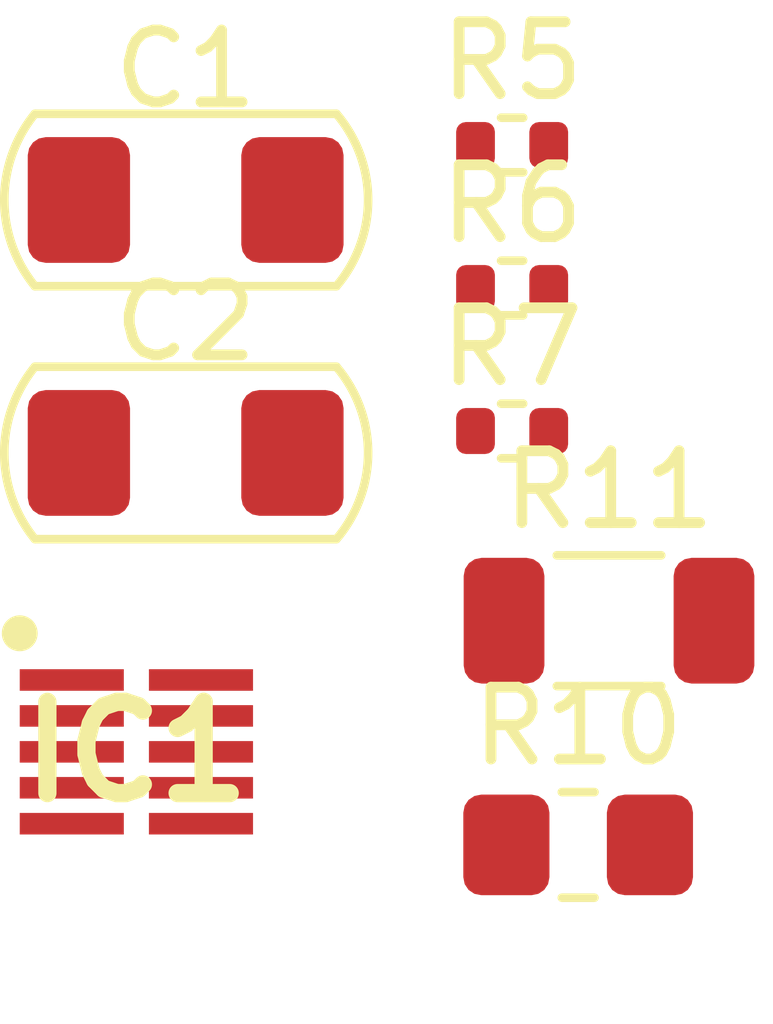
<source format=kicad_pcb>
(kicad_pcb (version 20221018) (generator pcbnew)
  (layers (0 "F.Cu" signal) (31 "B.Cu" signal) (34 "B.Paste" user) (35 "F.Paste" user) (36 "B.SilkS" user "B.Silkscreen") (37 "F.SilkS" user "F.Silkscreen") (38 "B.Mask" user) (39 "F.Mask" user) (44 "Edge.Cuts" user))
  (net 0 "")
  (net 3 "3.3V")
  (net 4 "Net-(IC1-RSTSEL)")
  (net 5 "5V")
  (net 6 "GND")
  (net 7 "Net-(IC1-~{RESET})")
  (net 8 "DAC_ACTIVE")
  (net 9 "MOSI_5V")
  (net 11 "Net-(U9-FB)")
  (net 12 "+5V")
  (net 13 "CLK")
  (net 14 "pressure_input")
  (footprint "PCM_Capacitor_SMD_AKL:C_1206_3216Metric_Pad1.42x1.75mm" (layer "F.Cu") (at 105.291625 92.625)
    (fp_text reference "C1" (at 0 -1.82) (layer "F.SilkS"))
    (fp_text value ".1 uF" hide)
    (fp_line (start -2.1 1.2) (end 2.1 1.2) (stroke (width 0.12)) (layer "F.SilkS"))
    (fp_line (start 2.1 -1.2) (end -2.1 -1.2) (stroke (width 0.12)) (layer "F.SilkS"))
    (fp_arc (start -2.1 1.2) (mid -2.526625 0) (end -2.1 -1.2) (stroke (width 0.12)) (layer "F.SilkS"))
    (fp_arc (start 2.1 -1.2) (mid 2.541962 0) (end 2.1 1.2) (stroke (width 0.12)) (layer "F.SilkS"))
    (pad "1" smd roundrect (at -1.4875 0) (size 1.425 1.75) (layers "F.Cu" "F.Paste" "F.Mask") (roundrect_rratio 0.175439))
    (pad "2" smd roundrect (at 1.4875 0) (size 1.425 1.75) (layers "F.Cu" "F.Paste" "F.Mask") (roundrect_rratio 0.175439) (net 5 "5V"))
  )
  (footprint "Resistor_SMD:R_0402_1005Metric" (layer "F.Cu") (at 109.84 95.84)
    (fp_text reference "R7" (at 0 -1.17) (layer "F.SilkS"))
    (fp_text value "5 k")
    (fp_line (start -0.153641 -0.38) (end 0.153641 -0.38) (stroke (width 0.12)) (layer "F.SilkS"))
    (fp_line (start -0.153641 0.38) (end 0.153641 0.38) (stroke (width 0.12)) (layer "F.SilkS"))
    (pad "1" smd roundrect (at -0.51 0) (size 0.54 0.64) (layers "F.Cu" "F.Paste" "F.Mask") (net 5 "5V"))
    (pad "2" smd roundrect (at 0.51 0) (size 0.54 0.64) (layers "F.Cu" "F.Paste" "F.Mask") (net 8 "DAC_ACTIVE"))
  )
  (footprint "PCM_Capacitor_SMD_AKL:C_1206_3216Metric_Pad1.42x1.75mm" (layer "F.Cu") (at 105.291625 96.145)
    (fp_text reference "C2" (at 0 -1.82) (layer "F.SilkS"))
    (fp_text value ".1 uF" hide)
    (fp_line (start -2.1 1.2) (end 2.1 1.2) (stroke (width 0.12)) (layer "F.SilkS"))
    (fp_line (start 2.1 -1.2) (end -2.1 -1.2) (stroke (width 0.12)) (layer "F.SilkS"))
    (fp_arc (start -2.1 1.2) (mid -2.526625 0) (end -2.1 -1.2) (stroke (width 0.12)) (layer "F.SilkS"))
    (fp_arc (start 2.1 -1.2) (mid 2.541962 0) (end 2.1 1.2) (stroke (width 0.12)) (layer "F.SilkS"))
    (pad "1" smd roundrect (at -1.4875 0) (size 1.425 1.75) (layers "F.Cu" "F.Paste" "F.Mask") (roundrect_rratio 0.175439))
    (pad "2" smd roundrect (at 1.4875 0) (size 1.425 1.75) (layers "F.Cu" "F.Paste" "F.Mask") (roundrect_rratio 0.175439) (net 3 "3.3V"))
  )
  (footprint "DAC:SON50P250X250X80-10N" (layer "F.Cu") (at 104.605 100.305)
    (fp_text reference "IC1" (at 0 0) (layer "F.SilkS") (effects (font (size 1.27 1.27) (thickness 0.254))))
    (fp_text value "DAC82001DRXR" hide)
    (fp_circle (center -1.625 -1.65) (end -1.625 -1.525) (stroke (width 0.25)) (fill none) (layer "F.SilkS"))
    (pad "1" smd rect (at -0.9 -1 90) (size 0.3 1.45) (layers "F.Cu" "F.Paste" "F.Mask") (net 5 "5V"))
    (pad "2" smd rect (at -0.9 -0.5 90) (size 0.3 1.45) (layers "F.Cu" "F.Paste" "F.Mask") (net 14 "pressure_input"))
    (pad "3" smd rect (at -0.9 0 90) (size 0.3 1.45) (layers "F.Cu" "F.Paste" "F.Mask") (net 4 "Net-(IC1-RSTSEL)"))
    (pad "4" smd rect (at -0.9 0.5 90) (size 0.3 1.45) (layers "F.Cu" "F.Paste" "F.Mask") (net 6 "GND"))
    (pad "5" smd rect (at -0.9 1 90) (size 0.3 1.45) (layers "F.Cu" "F.Paste" "F.Mask") (net 7 "Net-(IC1-~{RESET})"))
    (pad "6" smd rect (at 0.9 1 90) (size 0.3 1.45) (layers "F.Cu" "F.Paste" "F.Mask") (net 13 "CLK"))
    (pad "7" smd rect (at 0.9 0.5 90) (size 0.3 1.45) (layers "F.Cu" "F.Paste" "F.Mask") (net 8 "DAC_ACTIVE"))
    (pad "8" smd rect (at 0.9 0 90) (size 0.3 1.45) (layers "F.Cu" "F.Paste" "F.Mask") (net 9 "MOSI_5V"))
    (pad "9" smd rect (at 0.9 -0.5 90) (size 0.3 1.45) (layers "F.Cu" "F.Paste" "F.Mask"))
    (pad "10" smd rect (at 0.9 -1 90) (size 0.3 1.45) (layers "F.Cu" "F.Paste" "F.Mask") (net 3 "3.3V"))
  )
  (footprint "Resistor_SMD:R_0402_1005Metric" (layer "F.Cu") (at 109.84 93.85)
    (fp_text reference "R6" (at 0 -1.17) (layer "F.SilkS"))
    (fp_text value "10 k")
    (fp_line (start -0.153641 -0.38) (end 0.153641 -0.38) (stroke (width 0.12)) (layer "F.SilkS"))
    (fp_line (start -0.153641 0.38) (end 0.153641 0.38) (stroke (width 0.12)) (layer "F.SilkS"))
    (pad "1" smd roundrect (at -0.51 0) (size 0.54 0.64) (layers "F.Cu" "F.Paste" "F.Mask") (net 6 "GND"))
    (pad "2" smd roundrect (at 0.51 0) (size 0.54 0.64) (layers "F.Cu" "F.Paste" "F.Mask") (net 7 "Net-(IC1-~{RESET})"))
  )
  (footprint "Resistor_SMD:R_0402_1005Metric" (layer "F.Cu") (at 109.84 91.86)
    (fp_text reference "R5" (at 0 -1.17) (layer "F.SilkS"))
    (fp_text value "10 k")
    (fp_line (start -0.153641 -0.38) (end 0.153641 -0.38) (stroke (width 0.12)) (layer "F.SilkS"))
    (fp_line (start -0.153641 0.38) (end 0.153641 0.38) (stroke (width 0.12)) (layer "F.SilkS"))
    (pad "1" smd roundrect (at -0.51 0) (size 0.54 0.64) (layers "F.Cu" "F.Paste" "F.Mask") (net 6 "GND"))
    (pad "2" smd roundrect (at 0.51 0) (size 0.54 0.64) (layers "F.Cu" "F.Paste" "F.Mask") (net 4 "Net-(IC1-RSTSEL)"))
  )
  (footprint "Resistor_SMD:R_1206_3216Metric" (layer "F.Cu") (at 111.19 98.48)
    (fp_text reference "R11" (at 0 -1.82) (layer "F.SilkS"))
    (fp_text value "30.1k")
    (fp_line (start -0.727064 -0.91) (end 0.727064 -0.91) (stroke (width 0.12)) (layer "F.SilkS"))
    (fp_line (start -0.727064 0.91) (end 0.727064 0.91) (stroke (width 0.12)) (layer "F.SilkS"))
    (pad "1" smd roundrect (at -1.4625 0) (size 1.125 1.75) (layers "F.Cu" "F.Paste" "F.Mask") (roundrect_rratio 0.222222) (net 11 "Net-(U9-FB)"))
    (pad "2" smd roundrect (at 1.4625 0) (size 1.125 1.75) (layers "F.Cu" "F.Paste" "F.Mask") (roundrect_rratio 0.222222) (net 6 "GND"))
  )
  (footprint "Resistor_SMD:R_0805_2012Metric_Pad1.20x1.40mm_HandSolder" (layer "F.Cu") (at 110.76 101.6)
    (fp_text reference "R10" (at 0 -1.65) (layer "F.SilkS"))
    (fp_text value "158k")
    (fp_line (start -0.227064 -0.735) (end 0.227064 -0.735) (stroke (width 0.12)) (layer "F.SilkS"))
    (fp_line (start -0.227064 0.735) (end 0.227064 0.735) (stroke (width 0.12)) (layer "F.SilkS"))
    (pad "1" smd roundrect (at -1 0) (size 1.2 1.4) (layers "F.Cu" "F.Paste" "F.Mask") (roundrect_rratio 0.208333) (net 11 "Net-(U9-FB)"))
    (pad "2" smd roundrect (at 1 0) (size 1.2 1.4) (layers "F.Cu" "F.Paste" "F.Mask") (roundrect_rratio 0.208333) (net 12 "+5V"))
  )
)
</source>
